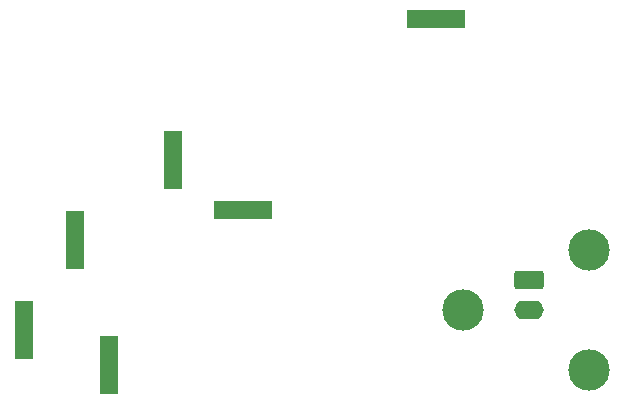
<source format=gbp>
G04 #@! TF.GenerationSoftware,KiCad,Pcbnew,9.0.4*
G04 #@! TF.CreationDate,2026-01-04T20:58:33-05:00*
G04 #@! TF.ProjectId,SignalStreamer,5369676e-616c-4537-9472-65616d65722e,rev?*
G04 #@! TF.SameCoordinates,Original*
G04 #@! TF.FileFunction,Paste,Bot*
G04 #@! TF.FilePolarity,Positive*
%FSLAX46Y46*%
G04 Gerber Fmt 4.6, Leading zero omitted, Abs format (unit mm)*
G04 Created by KiCad (PCBNEW 9.0.4) date 2026-01-04 20:58:33*
%MOMM*%
%LPD*%
G01*
G04 APERTURE LIST*
G04 Aperture macros list*
%AMRoundRect*
0 Rectangle with rounded corners*
0 $1 Rounding radius*
0 $2 $3 $4 $5 $6 $7 $8 $9 X,Y pos of 4 corners*
0 Add a 4 corners polygon primitive as box body*
4,1,4,$2,$3,$4,$5,$6,$7,$8,$9,$2,$3,0*
0 Add four circle primitives for the rounded corners*
1,1,$1+$1,$2,$3*
1,1,$1+$1,$4,$5*
1,1,$1+$1,$6,$7*
1,1,$1+$1,$8,$9*
0 Add four rect primitives between the rounded corners*
20,1,$1+$1,$2,$3,$4,$5,0*
20,1,$1+$1,$4,$5,$6,$7,0*
20,1,$1+$1,$6,$7,$8,$9,0*
20,1,$1+$1,$8,$9,$2,$3,0*%
G04 Aperture macros list end*
%ADD10R,5.000000X1.524000*%
%ADD11R,1.524000X5.000000*%
%ADD12O,2.500000X1.600000*%
%ADD13C,3.500000*%
%ADD14RoundRect,0.250000X-1.000000X0.550000X-1.000000X-0.550000X1.000000X-0.550000X1.000000X0.550000X0*%
G04 APERTURE END LIST*
D10*
X102730000Y-79560000D03*
X119100000Y-63370000D03*
D11*
X88535900Y-82062800D03*
X91405900Y-92672800D03*
X84175900Y-89692800D03*
X96825900Y-75362800D03*
D12*
X126980000Y-88034900D03*
D13*
X132060000Y-82954900D03*
D14*
X126980000Y-85494900D03*
D13*
X132060000Y-93114900D03*
X121330000Y-88034900D03*
M02*

</source>
